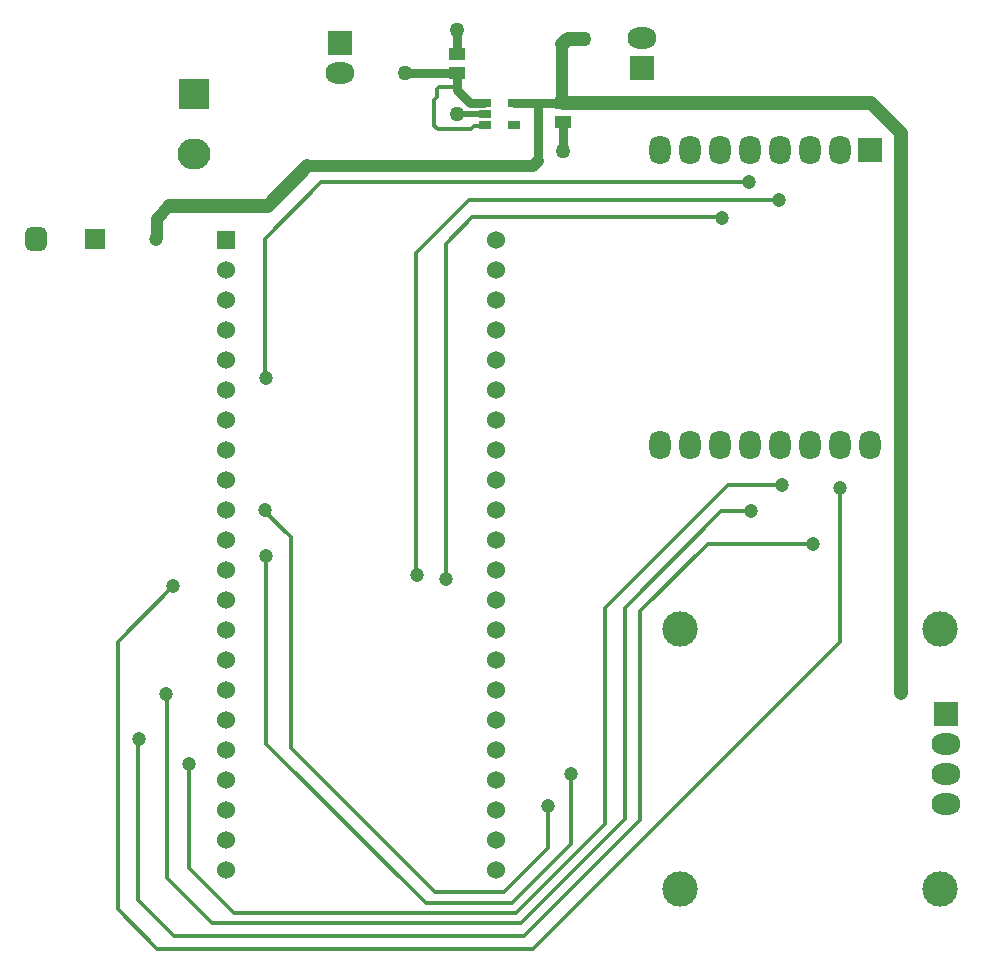
<source format=gtl>
G04*
G04 #@! TF.GenerationSoftware,Altium Limited,Altium Designer,22.3.1 (43)*
G04*
G04 Layer_Physical_Order=1*
G04 Layer_Color=255*
%FSLAX43Y43*%
%MOMM*%
G71*
G04*
G04 #@! TF.SameCoordinates,41D4DEE2-B45B-4D41-A9CB-04150D2C2734*
G04*
G04*
G04 #@! TF.FilePolarity,Positive*
G04*
G01*
G75*
%ADD10R,1.470X1.020*%
%ADD11R,1.000X0.700*%
%ADD12C,1.200*%
%ADD13C,0.300*%
%ADD14C,0.800*%
%ADD15C,0.500*%
%ADD16C,1.000*%
G04:AMPARAMS|DCode=17|XSize=1.8mm|YSize=2mm|CornerRadius=0.45mm|HoleSize=0mm|Usage=FLASHONLY|Rotation=180.000|XOffset=0mm|YOffset=0mm|HoleType=Round|Shape=RoundedRectangle|*
%AMROUNDEDRECTD17*
21,1,1.800,1.100,0,0,180.0*
21,1,0.900,2.000,0,0,180.0*
1,1,0.900,-0.450,0.550*
1,1,0.900,0.450,0.550*
1,1,0.900,0.450,-0.550*
1,1,0.900,-0.450,-0.550*
%
%ADD17ROUNDEDRECTD17*%
%ADD18R,1.800X1.800*%
%ADD19C,3.000*%
G04:AMPARAMS|DCode=20|XSize=1.8mm|YSize=2.4mm|CornerRadius=0.81mm|HoleSize=0mm|Usage=FLASHONLY|Rotation=270.000|XOffset=0mm|YOffset=0mm|HoleType=Round|Shape=RoundedRectangle|*
%AMROUNDEDRECTD20*
21,1,1.800,0.780,0,0,270.0*
21,1,0.180,2.400,0,0,270.0*
1,1,1.620,-0.390,-0.090*
1,1,1.620,-0.390,0.090*
1,1,1.620,0.390,0.090*
1,1,1.620,0.390,-0.090*
%
%ADD20ROUNDEDRECTD20*%
%ADD21R,2.000X2.000*%
%ADD22R,2.600X2.600*%
%ADD23O,2.800X2.600*%
%ADD24C,1.530*%
%ADD25R,1.530X1.530*%
G04:AMPARAMS|DCode=26|XSize=1.8mm|YSize=2.4mm|CornerRadius=0.81mm|HoleSize=0mm|Usage=FLASHONLY|Rotation=180.000|XOffset=0mm|YOffset=0mm|HoleType=Round|Shape=RoundedRectangle|*
%AMROUNDEDRECTD26*
21,1,1.800,0.780,0,0,180.0*
21,1,0.180,2.400,0,0,180.0*
1,1,1.620,-0.090,0.390*
1,1,1.620,0.090,0.390*
1,1,1.620,0.090,-0.390*
1,1,1.620,-0.090,-0.390*
%
%ADD26ROUNDEDRECTD26*%
%ADD27R,2.000X2.000*%
%ADD28C,1.200*%
%ADD29C,1.270*%
D10*
X47200Y73800D02*
D03*
Y72200D02*
D03*
X38200Y76375D02*
D03*
Y77975D02*
D03*
D11*
X43000Y71900D02*
D03*
Y73800D02*
D03*
X40600Y71900D02*
D03*
Y72850D02*
D03*
Y73800D02*
D03*
D12*
X75825Y23825D02*
Y71275D01*
X73300Y73800D02*
X75825Y71275D01*
X68150Y73800D02*
X73300D01*
X47200D02*
X68150D01*
X22175Y65075D02*
X25550Y68450D01*
X13850Y65075D02*
X22175D01*
X47594Y79250D02*
X48975D01*
X47125Y78781D02*
X47594Y79250D01*
D13*
X24138Y19212D02*
X36325Y7025D01*
X42200D01*
X45900Y10725D01*
Y14325D01*
X47895Y11095D02*
Y17005D01*
X42850Y6050D02*
X47895Y11095D01*
X35600Y6050D02*
X42850D01*
X19306Y5225D02*
X43225D01*
X50725Y12725D01*
Y31050D01*
X52400Y13150D02*
Y31025D01*
X17500Y4350D02*
X43600D01*
X52400Y13150D01*
X22075Y19575D02*
Y35475D01*
Y19575D02*
X35600Y6050D01*
X21706Y39469D02*
X24138Y37037D01*
Y19212D02*
Y37037D01*
X15525Y9006D02*
X19306Y5225D01*
X13625Y8225D02*
X17500Y4350D01*
X11200Y6300D02*
X14225Y3275D01*
X43875D02*
X53725Y13125D01*
X14225Y3275D02*
X43875D01*
X21950Y62300D02*
X26725Y67075D01*
X62900D01*
X21950Y50525D02*
Y62300D01*
X36500Y74275D02*
Y74975D01*
X39650Y71825D02*
X40525D01*
X39400Y71575D02*
X39650Y71825D01*
X40525D02*
X40600Y71900D01*
X36600Y71575D02*
X39400D01*
X36300Y71875D02*
X36600Y71575D01*
X36300Y71875D02*
Y74075D01*
X36500Y74275D01*
X36700Y75175D02*
X37900D01*
X38200Y74875D01*
X36500Y74975D02*
X36700Y75175D01*
X39200Y65575D02*
X65450D01*
X34700Y61075D02*
X39200Y65575D01*
X37250Y61900D02*
X39475Y64125D01*
X37250Y33525D02*
Y61900D01*
X34700Y33900D02*
Y61075D01*
Y33900D02*
X34800Y33800D01*
X39475Y64125D02*
X60600D01*
X60625Y64100D01*
X9475Y5525D02*
X12825Y2175D01*
X44650D02*
X70680Y28205D01*
X12825Y2175D02*
X44650D01*
X9475Y28200D02*
X14200Y32925D01*
X9475Y5525D02*
Y28200D01*
X70680Y28205D02*
Y41250D01*
X53725Y13125D02*
Y30775D01*
X59450Y36500D02*
X68350D01*
X53725Y30775D02*
X59450Y36500D01*
X60600Y39225D02*
X63075D01*
X52400Y31025D02*
X60600Y39225D01*
X11200Y19825D02*
X11300Y19925D01*
X11200Y6300D02*
Y19825D01*
X50725Y31050D02*
X61150Y41475D01*
X13625Y8225D02*
Y23750D01*
X15525Y9006D02*
Y17875D01*
X13600Y23775D02*
X13625Y23750D01*
X61150Y41475D02*
X65750D01*
X60520Y69525D02*
Y69825D01*
D14*
X38200Y74875D02*
Y75175D01*
X39275Y73800D02*
X40500D01*
X38200Y74875D02*
X39275Y73800D01*
X38200Y75175D02*
Y76375D01*
X12700Y62325D02*
X12777Y62402D01*
X45100Y68919D02*
Y73800D01*
X47200D01*
X43000D02*
X45100D01*
X47125Y73875D02*
X47200Y73800D01*
X33800Y76375D02*
X38200D01*
Y77975D02*
Y79975D01*
X47200Y69775D02*
Y72200D01*
D15*
X38225Y72850D02*
X40600D01*
X38200Y72875D02*
X38225Y72850D01*
D16*
X12777Y62402D02*
Y64002D01*
X13850Y65075D01*
X25550Y68450D02*
X44631D01*
X45100Y68919D01*
X47125Y73875D02*
Y78781D01*
D17*
X2600Y62275D02*
D03*
D18*
X7600Y62275D02*
D03*
D19*
X57100Y29275D02*
D03*
Y7275D02*
D03*
X79100D02*
D03*
Y29275D02*
D03*
D20*
X79600Y14465D02*
D03*
Y17005D02*
D03*
Y19545D02*
D03*
X53875Y79290D02*
D03*
X28300Y76375D02*
D03*
D21*
X79600Y22085D02*
D03*
X53875Y76750D02*
D03*
X28300Y78915D02*
D03*
D22*
X15975Y74525D02*
D03*
D23*
Y69445D02*
D03*
D24*
X18670Y8905D02*
D03*
X41530D02*
D03*
X18670Y11445D02*
D03*
Y13985D02*
D03*
Y16525D02*
D03*
Y19065D02*
D03*
Y21605D02*
D03*
Y24145D02*
D03*
Y26685D02*
D03*
Y29225D02*
D03*
Y31765D02*
D03*
Y34305D02*
D03*
Y36845D02*
D03*
Y39385D02*
D03*
Y41925D02*
D03*
Y44465D02*
D03*
Y47005D02*
D03*
Y49545D02*
D03*
Y52085D02*
D03*
Y54625D02*
D03*
Y57165D02*
D03*
Y59705D02*
D03*
X41530Y11445D02*
D03*
Y13985D02*
D03*
Y16525D02*
D03*
Y19065D02*
D03*
Y21605D02*
D03*
Y24145D02*
D03*
Y26685D02*
D03*
Y29225D02*
D03*
Y31765D02*
D03*
Y34305D02*
D03*
Y36845D02*
D03*
Y39385D02*
D03*
Y41925D02*
D03*
Y44465D02*
D03*
Y47005D02*
D03*
Y49545D02*
D03*
Y52085D02*
D03*
Y54625D02*
D03*
Y57165D02*
D03*
Y59705D02*
D03*
Y62245D02*
D03*
D25*
X18670D02*
D03*
D26*
X73220Y44825D02*
D03*
X70680D02*
D03*
X68140D02*
D03*
X65600D02*
D03*
X63060D02*
D03*
X60520D02*
D03*
X57980D02*
D03*
X55440D02*
D03*
X60520Y69825D02*
D03*
X63060D02*
D03*
X65600D02*
D03*
X68140D02*
D03*
X70680D02*
D03*
X55440D02*
D03*
X57980D02*
D03*
D27*
X73220D02*
D03*
D28*
X75825Y23825D02*
D03*
X45900Y14325D02*
D03*
X12700Y62325D02*
D03*
X68150Y73800D02*
D03*
X22075Y35475D02*
D03*
X21975Y39350D02*
D03*
X47895Y17005D02*
D03*
X37250Y33525D02*
D03*
X34800Y33800D02*
D03*
X65450Y65575D02*
D03*
X60625Y64100D02*
D03*
X62900Y67075D02*
D03*
X22025Y50550D02*
D03*
X14200Y32925D02*
D03*
X68350Y36500D02*
D03*
X11300Y19925D02*
D03*
X15525Y17875D02*
D03*
X13600Y23775D02*
D03*
X65750Y41475D02*
D03*
X63075Y39225D02*
D03*
X70680Y41250D02*
D03*
D29*
X33800Y76375D02*
D03*
X38200Y72875D02*
D03*
Y79975D02*
D03*
X47200Y69775D02*
D03*
X48975Y79250D02*
D03*
M02*

</source>
